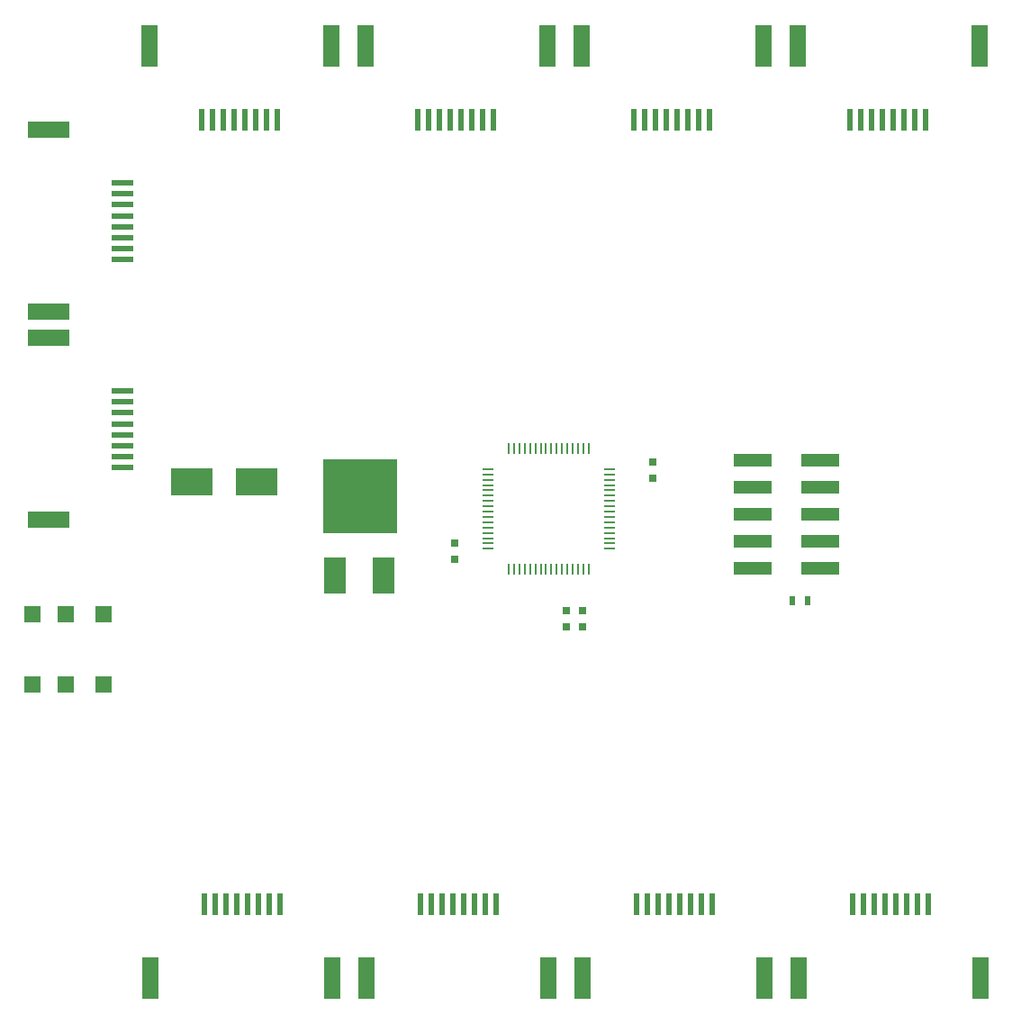
<source format=gtp>
%TF.GenerationSoftware,KiCad,Pcbnew,(5.0.1)-3*%
%TF.CreationDate,2018-12-23T11:35:52+11:00*%
%TF.ProjectId,1Wire-AC_Zoning,31576972652D41435F5A6F6E696E672E,1.2*%
%TF.SameCoordinates,Original*%
%TF.FileFunction,Paste,Top*%
%TF.FilePolarity,Positive*%
%FSLAX46Y46*%
G04 Gerber Fmt 4.6, Leading zero omitted, Abs format (unit mm)*
G04 Created by KiCad (PCBNEW (5.0.1)-3) date 23/12/2018 11:35:52 AM*
%MOMM*%
%LPD*%
G01*
G04 APERTURE LIST*
%ADD10R,1.500000X1.500000*%
%ADD11R,1.500000X4.000000*%
%ADD12R,0.600000X2.100000*%
%ADD13R,0.250000X1.000000*%
%ADD14R,1.000000X0.250000*%
%ADD15R,3.600000X1.270000*%
%ADD16R,4.000000X1.500000*%
%ADD17R,2.100000X0.600000*%
%ADD18R,4.000000X2.500000*%
%ADD19R,0.800000X0.750000*%
%ADD20R,0.750000X0.800000*%
%ADD21R,0.500000X0.900000*%
%ADD22R,2.000000X3.500000*%
%ADD23R,7.000000X7.000000*%
G04 APERTURE END LIST*
D10*
%TO.C,J3*%
X111442000Y-108968000D03*
X118142000Y-108968000D03*
X114642000Y-108968000D03*
X111442000Y-115568000D03*
X114642000Y-115568000D03*
X118142000Y-115568000D03*
%TD*%
D11*
%TO.C,ZONE7*%
X183517000Y-143187000D03*
D12*
X195717000Y-136207000D03*
X194697000Y-136207000D03*
X193677000Y-136207000D03*
X192657000Y-136207000D03*
X191637000Y-136207000D03*
X190617000Y-136207000D03*
X189597000Y-136207000D03*
X188577000Y-136207000D03*
D11*
X200617000Y-143187000D03*
%TD*%
%TO.C,ZONE6*%
X163197000Y-143187000D03*
D12*
X175397000Y-136207000D03*
X174377000Y-136207000D03*
X173357000Y-136207000D03*
X172337000Y-136207000D03*
X171317000Y-136207000D03*
X170297000Y-136207000D03*
X169277000Y-136207000D03*
X168257000Y-136207000D03*
D11*
X180297000Y-143187000D03*
%TD*%
D13*
%TO.C,U2*%
X156270000Y-104760000D03*
X156770000Y-104760000D03*
X157270000Y-104760000D03*
X157770000Y-104760000D03*
X158270000Y-104760000D03*
X158770000Y-104760000D03*
X159270000Y-104760000D03*
X159770000Y-104760000D03*
X160270000Y-104760000D03*
X160770000Y-104760000D03*
X161270000Y-104760000D03*
X161770000Y-104760000D03*
X162270000Y-104760000D03*
X162770000Y-104760000D03*
X163270000Y-104760000D03*
X163770000Y-104760000D03*
D14*
X165720000Y-102810000D03*
X165720000Y-102310000D03*
X165720000Y-101810000D03*
X165720000Y-101310000D03*
X165720000Y-100810000D03*
X165720000Y-100310000D03*
X165720000Y-99810000D03*
X165720000Y-99310000D03*
X165720000Y-98810000D03*
X165720000Y-98310000D03*
X165720000Y-97810000D03*
X165720000Y-97310000D03*
X165720000Y-96810000D03*
X165720000Y-96310000D03*
X165720000Y-95810000D03*
X165720000Y-95310000D03*
D13*
X163770000Y-93360000D03*
X163270000Y-93360000D03*
X162770000Y-93360000D03*
X162270000Y-93360000D03*
X161770000Y-93360000D03*
X161270000Y-93360000D03*
X160770000Y-93360000D03*
X160270000Y-93360000D03*
X159770000Y-93360000D03*
X159270000Y-93360000D03*
X158770000Y-93360000D03*
X158270000Y-93360000D03*
X157770000Y-93360000D03*
X157270000Y-93360000D03*
X156770000Y-93360000D03*
X156270000Y-93360000D03*
D14*
X154320000Y-95310000D03*
X154320000Y-95810000D03*
X154320000Y-96310000D03*
X154320000Y-96810000D03*
X154320000Y-97310000D03*
X154320000Y-97810000D03*
X154320000Y-98310000D03*
X154320000Y-98810000D03*
X154320000Y-99310000D03*
X154320000Y-99810000D03*
X154320000Y-100310000D03*
X154320000Y-100810000D03*
X154320000Y-101310000D03*
X154320000Y-101810000D03*
X154320000Y-102310000D03*
X154320000Y-102810000D03*
%TD*%
D15*
%TO.C,P1*%
X179172000Y-94488000D03*
X179172000Y-97028000D03*
X179172000Y-99568000D03*
X179172000Y-102108000D03*
X185572000Y-102108000D03*
X185572000Y-99568000D03*
X185572000Y-97028000D03*
X185572000Y-94488000D03*
X179172000Y-104648000D03*
X185572000Y-104648000D03*
%TD*%
D16*
%TO.C,J2*%
X112972000Y-63375000D03*
D17*
X119952000Y-75575000D03*
X119952000Y-74555000D03*
X119952000Y-73535000D03*
X119952000Y-72515000D03*
X119952000Y-71495000D03*
X119952000Y-70475000D03*
X119952000Y-69455000D03*
X119952000Y-68435000D03*
D16*
X112972000Y-80475000D03*
%TD*%
D18*
%TO.C,C1*%
X132590000Y-96520000D03*
X126490000Y-96520000D03*
%TD*%
D19*
%TO.C,C2*%
X163183000Y-110172000D03*
X161683000Y-110172000D03*
%TD*%
%TO.C,C3*%
X163183000Y-108648000D03*
X161683000Y-108648000D03*
%TD*%
D20*
%TO.C,C4*%
X169799000Y-94690000D03*
X169799000Y-96190000D03*
%TD*%
%TO.C,C5*%
X151194000Y-103810000D03*
X151194000Y-102310000D03*
%TD*%
D16*
%TO.C,J1*%
X112972000Y-82933000D03*
D17*
X119952000Y-95133000D03*
X119952000Y-94113000D03*
X119952000Y-93093000D03*
X119952000Y-92073000D03*
X119952000Y-91053000D03*
X119952000Y-90033000D03*
X119952000Y-89013000D03*
X119952000Y-87993000D03*
D16*
X112972000Y-100033000D03*
%TD*%
D21*
%TO.C,R1*%
X184404000Y-107696000D03*
X182904000Y-107696000D03*
%TD*%
D22*
%TO.C,U1*%
X139950000Y-105300000D03*
X144530000Y-105300000D03*
D23*
X142250000Y-97900000D03*
%TD*%
D11*
%TO.C,ZONE0*%
X200531000Y-55492000D03*
D12*
X188331000Y-62472000D03*
X189351000Y-62472000D03*
X190371000Y-62472000D03*
X191391000Y-62472000D03*
X192411000Y-62472000D03*
X193431000Y-62472000D03*
X194451000Y-62472000D03*
X195471000Y-62472000D03*
D11*
X183431000Y-55492000D03*
%TD*%
%TO.C,ZONE1*%
X180211000Y-55492000D03*
D12*
X168011000Y-62472000D03*
X169031000Y-62472000D03*
X170051000Y-62472000D03*
X171071000Y-62472000D03*
X172091000Y-62472000D03*
X173111000Y-62472000D03*
X174131000Y-62472000D03*
X175151000Y-62472000D03*
D11*
X163111000Y-55492000D03*
%TD*%
%TO.C,ZONE2*%
X159891000Y-55492000D03*
D12*
X147691000Y-62472000D03*
X148711000Y-62472000D03*
X149731000Y-62472000D03*
X150751000Y-62472000D03*
X151771000Y-62472000D03*
X152791000Y-62472000D03*
X153811000Y-62472000D03*
X154831000Y-62472000D03*
D11*
X142791000Y-55492000D03*
%TD*%
%TO.C,ZONE3*%
X139571000Y-55492000D03*
D12*
X127371000Y-62472000D03*
X128391000Y-62472000D03*
X129411000Y-62472000D03*
X130431000Y-62472000D03*
X131451000Y-62472000D03*
X132471000Y-62472000D03*
X133491000Y-62472000D03*
X134511000Y-62472000D03*
D11*
X122471000Y-55492000D03*
%TD*%
%TO.C,ZONE4*%
X122557000Y-143187000D03*
D12*
X134757000Y-136207000D03*
X133737000Y-136207000D03*
X132717000Y-136207000D03*
X131697000Y-136207000D03*
X130677000Y-136207000D03*
X129657000Y-136207000D03*
X128637000Y-136207000D03*
X127617000Y-136207000D03*
D11*
X139657000Y-143187000D03*
%TD*%
%TO.C,ZONE5*%
X142877000Y-143187000D03*
D12*
X155077000Y-136207000D03*
X154057000Y-136207000D03*
X153037000Y-136207000D03*
X152017000Y-136207000D03*
X150997000Y-136207000D03*
X149977000Y-136207000D03*
X148957000Y-136207000D03*
X147937000Y-136207000D03*
D11*
X159977000Y-143187000D03*
%TD*%
M02*

</source>
